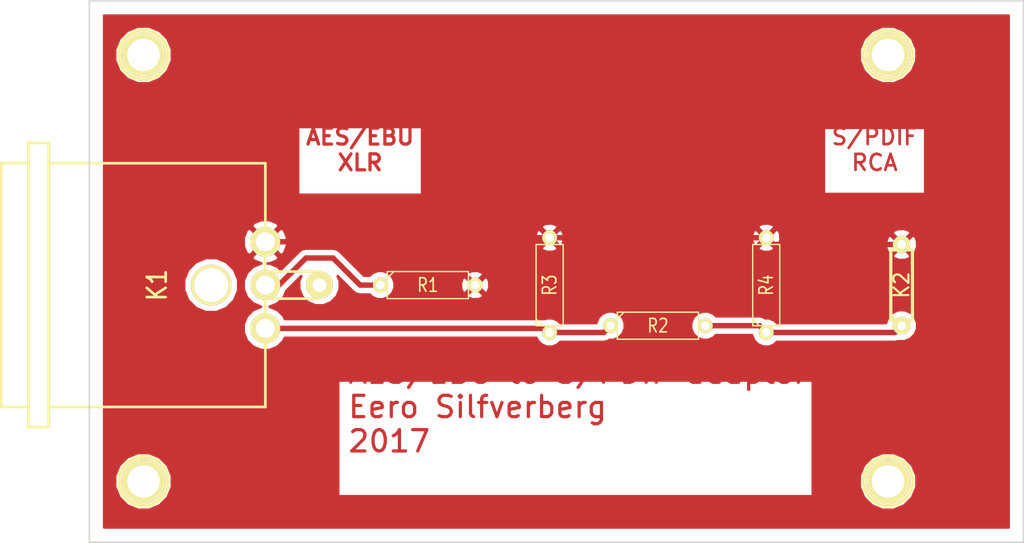
<source format=kicad_pcb>
(kicad_pcb (version 3) (host pcbnew "(2013-jul-07)-stable")

  (general
    (links 9)
    (no_connects 0)
    (area 128.269999 118.034999 224.865001 168.985001)
    (thickness 1.6)
    (drawings 7)
    (tracks 22)
    (zones 0)
    (modules 10)
    (nets 5)
  )

  (page A4)
  (title_block 
    (title "AES/EBU to S/PDIF adapter")
    (rev 1)
    (company "Eero Silfverberg")
  )

  (layers
    (15 F.Cu signal)
    (0 B.Cu signal)
    (16 B.Adhes user)
    (17 F.Adhes user)
    (18 B.Paste user)
    (19 F.Paste user)
    (20 B.SilkS user)
    (21 F.SilkS user)
    (22 B.Mask user)
    (23 F.Mask user)
    (24 Dwgs.User user)
    (25 Cmts.User user)
    (26 Eco1.User user)
    (27 Eco2.User user)
    (28 Edge.Cuts user)
  )

  (setup
    (last_trace_width 0.508)
    (trace_clearance 0.508)
    (zone_clearance 0.508)
    (zone_45_only no)
    (trace_min 0.254)
    (segment_width 0.2)
    (edge_width 0.15)
    (via_size 0.889)
    (via_drill 0.635)
    (via_min_size 0.889)
    (via_min_drill 0.508)
    (uvia_size 0.508)
    (uvia_drill 0.127)
    (uvias_allowed no)
    (uvia_min_size 0.508)
    (uvia_min_drill 0.127)
    (pcb_text_width 0.3)
    (pcb_text_size 1 1)
    (mod_edge_width 0.15)
    (mod_text_size 1 1)
    (mod_text_width 0.15)
    (pad_size 4.064 4.064)
    (pad_drill 3.048)
    (pad_to_mask_clearance 0)
    (aux_axis_origin 137.16 118.11)
    (visible_elements FFFFFFBF)
    (pcbplotparams
      (layerselection 3178497)
      (usegerberextensions true)
      (excludeedgelayer true)
      (linewidth 0.150000)
      (plotframeref false)
      (viasonmask false)
      (mode 1)
      (useauxorigin false)
      (hpglpennumber 1)
      (hpglpenspeed 20)
      (hpglpendiameter 15)
      (hpglpenoverlay 2)
      (psnegative false)
      (psa4output false)
      (plotreference true)
      (plotvalue true)
      (plotothertext true)
      (plotinvisibletext false)
      (padsonsilk false)
      (subtractmaskfromsilk false)
      (outputformat 1)
      (mirror false)
      (drillshape 1)
      (scaleselection 1)
      (outputdirectory ""))
  )

  (net 0 "")
  (net 1 GND)
  (net 2 N-000001)
  (net 3 N-000002)
  (net 4 N-000004)

  (net_class Default "This is the default net class."
    (clearance 0.508)
    (trace_width 0.508)
    (via_dia 0.889)
    (via_drill 0.635)
    (uvia_dia 0.508)
    (uvia_drill 0.127)
    (add_net "")
    (add_net GND)
    (add_net N-000001)
    (add_net N-000002)
    (add_net N-000004)
  )

  (module XLR3MC (layer F.Cu) (tedit 416FC374) (tstamp 58DFB4B4)
    (at 153.67 144.78 270)
    (path /58DFACD8)
    (fp_text reference K1 (at 0 10.16 270) (layer F.SilkS)
      (effects (font (size 1.778 1.524) (thickness 0.254)))
    )
    (fp_text value XLR3 (at 0 15.24 270) (layer F.SilkS) hide
      (effects (font (size 1.778 1.524) (thickness 0.254)))
    )
    (fp_line (start -11.43 22.225) (end -11.43 24.13) (layer F.SilkS) (width 0.254))
    (fp_line (start -11.43 24.13) (end -11.43 24.765) (layer F.SilkS) (width 0.254))
    (fp_line (start -11.43 24.765) (end 11.43 24.765) (layer F.SilkS) (width 0.254))
    (fp_line (start 11.43 24.765) (end 11.43 22.225) (layer F.SilkS) (width 0.254))
    (fp_line (start -1.27 0) (end -1.27 -5.08) (layer F.SilkS) (width 0.254))
    (fp_line (start -1.27 -5.08) (end 1.27 -5.08) (layer F.SilkS) (width 0.254))
    (fp_line (start 1.27 -5.08) (end 1.27 0) (layer F.SilkS) (width 0.254))
    (fp_line (start -13.335 20.32) (end -13.335 22.225) (layer F.SilkS) (width 0.254))
    (fp_line (start -13.335 22.225) (end 13.335 22.225) (layer F.SilkS) (width 0.254))
    (fp_line (start 13.335 22.225) (end 13.335 20.32) (layer F.SilkS) (width 0.254))
    (fp_line (start 13.335 20.32) (end -13.335 20.32) (layer F.SilkS) (width 0.254))
    (fp_line (start -11.43 0) (end -11.43 20.32) (layer F.SilkS) (width 0.254))
    (fp_line (start -11.43 0) (end 11.43 0) (layer F.SilkS) (width 0.254))
    (fp_line (start 11.43 0) (end 11.43 20.32) (layer F.SilkS) (width 0.254))
    (pad 1 thru_hole circle (at -4.064 0 270) (size 2.794 2.794) (drill 1.778)
      (layers *.Cu *.Mask F.SilkS)
      (net 1 GND)
    )
    (pad 2 thru_hole circle (at 4.064 0 270) (size 2.794 2.794) (drill 1.778)
      (layers *.Cu *.Mask F.SilkS)
      (net 2 N-000001)
    )
    (pad 4 thru_hole circle (at 0 -5.08 270) (size 2.54 2.54) (drill 1.27)
      (layers *.Cu *.Mask F.SilkS)
    )
    (pad 3 thru_hole circle (at 0 0 270) (size 2.794 2.794) (drill 1.778)
      (layers *.Cu *.Mask F.SilkS)
      (net 3 N-000002)
    )
    (pad "" thru_hole circle (at 0 5.08 270) (size 3.81 3.81) (drill 3.2004)
      (layers *.Cu *.Mask F.SilkS)
    )
    (model connectors/xrl3male_90deg.wrl
      (at (xyz 0 0 0))
      (scale (xyz 2 2 2))
      (rotate (xyz 0 0 0))
    )
  )

  (module R3-LARGE_PADS (layer F.Cu) (tedit 47E26765) (tstamp 58DFB737)
    (at 213.36 144.78 90)
    (descr "Resitance 3 pas")
    (tags R)
    (path /58DFAFF7)
    (autoplace_cost180 10)
    (fp_text reference K2 (at 0 0 90) (layer F.SilkS)
      (effects (font (size 1.397 1.27) (thickness 0.2032)))
    )
    (fp_text value RCA (at 0 0 90) (layer F.SilkS) hide
      (effects (font (size 1.397 1.27) (thickness 0.2032)))
    )
    (fp_line (start -3.81 0) (end -3.302 0) (layer F.SilkS) (width 0.3048))
    (fp_line (start 3.81 0) (end 3.302 0) (layer F.SilkS) (width 0.3048))
    (fp_line (start 3.302 0) (end 3.302 -1.016) (layer F.SilkS) (width 0.3048))
    (fp_line (start 3.302 -1.016) (end -3.302 -1.016) (layer F.SilkS) (width 0.3048))
    (fp_line (start -3.302 -1.016) (end -3.302 1.016) (layer F.SilkS) (width 0.3048))
    (fp_line (start -3.302 1.016) (end 3.302 1.016) (layer F.SilkS) (width 0.3048))
    (fp_line (start 3.302 1.016) (end 3.302 0) (layer F.SilkS) (width 0.3048))
    (fp_line (start -3.302 -0.508) (end -2.794 -1.016) (layer F.SilkS) (width 0.3048))
    (pad 1 thru_hole circle (at -3.81 0 90) (size 1.651 1.651) (drill 0.8128)
      (layers *.Cu *.Mask F.SilkS)
      (net 4 N-000004)
    )
    (pad 2 thru_hole circle (at 3.81 0 90) (size 1.651 1.651) (drill 0.8128)
      (layers *.Cu *.Mask F.SilkS)
      (net 1 GND)
    )
    (model discret/resistor.wrl
      (at (xyz 0 0 0))
      (scale (xyz 0.3 0.3 0.3))
      (rotate (xyz 0 0 0))
    )
  )

  (module R3-5 (layer F.Cu) (tedit 3F979F9F) (tstamp 58DFB5F5)
    (at 168.91 144.78)
    (path /58DFAC5D)
    (fp_text reference R1 (at 0 0) (layer F.SilkS)
      (effects (font (size 1.27 1.016) (thickness 0.1524)))
    )
    (fp_text value 56 (at 0 0) (layer F.SilkS) hide
      (effects (font (size 1.27 1.016) (thickness 0.1524)))
    )
    (fp_line (start -3.81 -0.635) (end -3.81 1.27) (layer F.SilkS) (width 0.127))
    (fp_line (start -3.81 1.27) (end 3.81 1.27) (layer F.SilkS) (width 0.127))
    (fp_line (start 3.81 1.27) (end 3.81 -1.27) (layer F.SilkS) (width 0.127))
    (fp_line (start 3.81 -1.27) (end -3.81 -1.27) (layer F.SilkS) (width 0.127))
    (fp_line (start -3.81 -1.27) (end -3.81 -0.635) (layer F.SilkS) (width 0.127))
    (fp_line (start -4.445 0) (end -3.81 0) (layer F.SilkS) (width 0.127))
    (fp_line (start 3.81 0) (end 4.445 0) (layer F.SilkS) (width 0.127))
    (fp_line (start -3.81 -0.635) (end -3.175 -1.27) (layer F.SilkS) (width 0.127))
    (pad 1 thru_hole circle (at -4.445 0) (size 1.397 1.397) (drill 0.8128)
      (layers *.Cu *.Mask F.SilkS)
      (net 3 N-000002)
    )
    (pad 2 thru_hole circle (at 4.445 0) (size 1.397 1.397) (drill 0.8128)
      (layers *.Cu *.Mask F.SilkS)
      (net 1 GND)
    )
    (model discret/resistor.wrl
      (at (xyz 0 0 0))
      (scale (xyz 0.35 0.35 0.3))
      (rotate (xyz 0 0 0))
    )
  )

  (module R3-5 (layer F.Cu) (tedit 3F979F9F) (tstamp 58DFB676)
    (at 180.34 144.78 90)
    (path /58DFAC8B)
    (fp_text reference R3 (at 0 0 90) (layer F.SilkS)
      (effects (font (size 1.27 1.016) (thickness 0.1524)))
    )
    (fp_text value 82 (at 0 0 90) (layer F.SilkS) hide
      (effects (font (size 1.27 1.016) (thickness 0.1524)))
    )
    (fp_line (start -3.81 -0.635) (end -3.81 1.27) (layer F.SilkS) (width 0.127))
    (fp_line (start -3.81 1.27) (end 3.81 1.27) (layer F.SilkS) (width 0.127))
    (fp_line (start 3.81 1.27) (end 3.81 -1.27) (layer F.SilkS) (width 0.127))
    (fp_line (start 3.81 -1.27) (end -3.81 -1.27) (layer F.SilkS) (width 0.127))
    (fp_line (start -3.81 -1.27) (end -3.81 -0.635) (layer F.SilkS) (width 0.127))
    (fp_line (start -4.445 0) (end -3.81 0) (layer F.SilkS) (width 0.127))
    (fp_line (start 3.81 0) (end 4.445 0) (layer F.SilkS) (width 0.127))
    (fp_line (start -3.81 -0.635) (end -3.175 -1.27) (layer F.SilkS) (width 0.127))
    (pad 1 thru_hole circle (at -4.445 0 90) (size 1.397 1.397) (drill 0.8128)
      (layers *.Cu *.Mask F.SilkS)
      (net 2 N-000001)
    )
    (pad 2 thru_hole circle (at 4.445 0 90) (size 1.397 1.397) (drill 0.8128)
      (layers *.Cu *.Mask F.SilkS)
      (net 1 GND)
    )
    (model discret/resistor.wrl
      (at (xyz 0 0 0))
      (scale (xyz 0.35 0.35 0.3))
      (rotate (xyz 0 0 0))
    )
  )

  (module R3-5 (layer F.Cu) (tedit 3F979F9F) (tstamp 58DFB6A1)
    (at 200.66 144.78 90)
    (path /58DFAC9A)
    (fp_text reference R4 (at 0 0 90) (layer F.SilkS)
      (effects (font (size 1.27 1.016) (thickness 0.1524)))
    )
    (fp_text value 120 (at 0 0 90) (layer F.SilkS) hide
      (effects (font (size 1.27 1.016) (thickness 0.1524)))
    )
    (fp_line (start -3.81 -0.635) (end -3.81 1.27) (layer F.SilkS) (width 0.127))
    (fp_line (start -3.81 1.27) (end 3.81 1.27) (layer F.SilkS) (width 0.127))
    (fp_line (start 3.81 1.27) (end 3.81 -1.27) (layer F.SilkS) (width 0.127))
    (fp_line (start 3.81 -1.27) (end -3.81 -1.27) (layer F.SilkS) (width 0.127))
    (fp_line (start -3.81 -1.27) (end -3.81 -0.635) (layer F.SilkS) (width 0.127))
    (fp_line (start -4.445 0) (end -3.81 0) (layer F.SilkS) (width 0.127))
    (fp_line (start 3.81 0) (end 4.445 0) (layer F.SilkS) (width 0.127))
    (fp_line (start -3.81 -0.635) (end -3.175 -1.27) (layer F.SilkS) (width 0.127))
    (pad 1 thru_hole circle (at -4.445 0 90) (size 1.397 1.397) (drill 0.8128)
      (layers *.Cu *.Mask F.SilkS)
      (net 4 N-000004)
    )
    (pad 2 thru_hole circle (at 4.445 0 90) (size 1.397 1.397) (drill 0.8128)
      (layers *.Cu *.Mask F.SilkS)
      (net 1 GND)
    )
    (model discret/resistor.wrl
      (at (xyz 0 0 0))
      (scale (xyz 0.35 0.35 0.3))
      (rotate (xyz 0 0 0))
    )
  )

  (module R3-5 (layer F.Cu) (tedit 3F979F9F) (tstamp 58DFB64B)
    (at 190.5 148.59)
    (path /58DFACA9)
    (fp_text reference R2 (at 0 0) (layer F.SilkS)
      (effects (font (size 1.27 1.016) (thickness 0.1524)))
    )
    (fp_text value 130 (at 0 0) (layer F.SilkS) hide
      (effects (font (size 1.27 1.016) (thickness 0.1524)))
    )
    (fp_line (start -3.81 -0.635) (end -3.81 1.27) (layer F.SilkS) (width 0.127))
    (fp_line (start -3.81 1.27) (end 3.81 1.27) (layer F.SilkS) (width 0.127))
    (fp_line (start 3.81 1.27) (end 3.81 -1.27) (layer F.SilkS) (width 0.127))
    (fp_line (start 3.81 -1.27) (end -3.81 -1.27) (layer F.SilkS) (width 0.127))
    (fp_line (start -3.81 -1.27) (end -3.81 -0.635) (layer F.SilkS) (width 0.127))
    (fp_line (start -4.445 0) (end -3.81 0) (layer F.SilkS) (width 0.127))
    (fp_line (start 3.81 0) (end 4.445 0) (layer F.SilkS) (width 0.127))
    (fp_line (start -3.81 -0.635) (end -3.175 -1.27) (layer F.SilkS) (width 0.127))
    (pad 1 thru_hole circle (at -4.445 0) (size 1.397 1.397) (drill 0.8128)
      (layers *.Cu *.Mask F.SilkS)
      (net 2 N-000001)
    )
    (pad 2 thru_hole circle (at 4.445 0) (size 1.397 1.397) (drill 0.8128)
      (layers *.Cu *.Mask F.SilkS)
      (net 4 N-000004)
    )
    (model discret/resistor.wrl
      (at (xyz 0 0 0))
      (scale (xyz 0.35 0.35 0.3))
      (rotate (xyz 0 0 0))
    )
  )

  (module 1pin (layer F.Cu) (tedit 58DFBFD9) (tstamp 58DFE4B4)
    (at 212.09 163.195)
    (descr "module 1 pin (ou trou mecanique de percage)")
    (tags DEV)
    (path 1pin)
    (fp_text reference "" (at 0 -3.048) (layer F.SilkS)
      (effects (font (size 1.016 1.016) (thickness 0.254)))
    )
    (fp_text value P*** (at 0 2.794) (layer F.SilkS) hide
      (effects (font (size 1.016 1.016) (thickness 0.254)))
    )
    (fp_circle (center 0 0) (end 0 -2.286) (layer F.SilkS) (width 0.381))
    (pad "" thru_hole circle (at 0 0) (size 4.064 4.064) (drill 3.048)
      (layers *.Cu *.Mask F.SilkS)
    )
  )

  (module 1pin (layer F.Cu) (tedit 58DFBFCE) (tstamp 58DFE4BF)
    (at 142.24 123.19)
    (descr "module 1 pin (ou trou mecanique de percage)")
    (tags DEV)
    (path 1pin)
    (fp_text reference "" (at 0 -3.048) (layer F.SilkS)
      (effects (font (size 1.016 1.016) (thickness 0.254)))
    )
    (fp_text value P*** (at 0 2.794) (layer F.SilkS) hide
      (effects (font (size 1.016 1.016) (thickness 0.254)))
    )
    (fp_circle (center 0 0) (end 0 -2.286) (layer F.SilkS) (width 0.381))
    (pad "" thru_hole circle (at 0 0) (size 4.064 4.064) (drill 3.048)
      (layers *.Cu *.Mask F.SilkS)
    )
  )

  (module 1pin (layer F.Cu) (tedit 58DFBFDE) (tstamp 58DFE4CA)
    (at 142.24 163.195)
    (descr "module 1 pin (ou trou mecanique de percage)")
    (tags DEV)
    (path 1pin)
    (fp_text reference "" (at 0 -3.048) (layer F.SilkS)
      (effects (font (size 1.016 1.016) (thickness 0.254)))
    )
    (fp_text value P*** (at 0 2.794) (layer F.SilkS) hide
      (effects (font (size 1.016 1.016) (thickness 0.254)))
    )
    (fp_circle (center 0 0) (end 0 -2.286) (layer F.SilkS) (width 0.381))
    (pad "" thru_hole circle (at 0 0) (size 4.064 4.064) (drill 3.048)
      (layers *.Cu *.Mask F.SilkS)
    )
  )

  (module 1pin (layer F.Cu) (tedit 58DFBFD4) (tstamp 58DFE4D5)
    (at 212.09 123.19)
    (descr "module 1 pin (ou trou mecanique de percage)")
    (tags DEV)
    (path 1pin)
    (fp_text reference "" (at 0 -3.048) (layer F.SilkS)
      (effects (font (size 1.016 1.016) (thickness 0.254)))
    )
    (fp_text value P*** (at 0 2.794) (layer F.SilkS) hide
      (effects (font (size 1.016 1.016) (thickness 0.254)))
    )
    (fp_circle (center 0 0) (end 0 -2.286) (layer F.SilkS) (width 0.381))
    (pad "" thru_hole circle (at 0 0) (size 4.064 4.064) (drill 3.048)
      (layers *.Cu *.Mask F.SilkS)
    )
  )

  (gr_line (start 137.16 168.91) (end 137.16 118.11) (angle 90) (layer Edge.Cuts) (width 0.15))
  (gr_line (start 224.79 168.91) (end 137.16 168.91) (angle 90) (layer Edge.Cuts) (width 0.15))
  (gr_line (start 224.79 118.11) (end 224.79 168.91) (angle 90) (layer Edge.Cuts) (width 0.15))
  (gr_line (start 137.16 118.11) (end 224.79 118.11) (angle 90) (layer Edge.Cuts) (width 0.15))
  (gr_text "AES/EBU\nXLR" (at 162.56 132.08) (layer F.Cu)
    (effects (font (size 1.5 1.5) (thickness 0.3)))
  )
  (gr_text "S/PDIF\nRCA" (at 210.82 132.08) (layer F.Cu)
    (effects (font (size 1.5 1.5) (thickness 0.25)))
  )
  (gr_text "AES/EBU to S/PDIF adapter\nEero Silfverberg\n2017" (at 161.29 156.21) (layer F.Cu)
    (effects (font (size 2 2) (thickness 0.3)) (justify left))
  )

  (segment (start 153.67 140.716) (end 179.959 140.716) (width 0.508) (layer F.Cu) (net 1))
  (segment (start 179.959 140.716) (end 180.34 140.335) (width 0.508) (layer F.Cu) (net 1) (tstamp 58DFB75D))
  (segment (start 180.34 140.335) (end 177.8 140.335) (width 0.508) (layer F.Cu) (net 1))
  (segment (start 177.8 140.335) (end 173.355 144.78) (width 0.508) (layer F.Cu) (net 1) (tstamp 58DFB754))
  (segment (start 200.66 140.335) (end 186.182 140.335) (width 0.508) (layer F.Cu) (net 1))
  (segment (start 186.182 140.335) (end 182.372 140.335) (width 0.508) (layer F.Cu) (net 1) (tstamp 58DFBA58))
  (segment (start 182.372 140.335) (end 180.34 140.335) (width 0.508) (layer F.Cu) (net 1) (tstamp 58DFBA47))
  (segment (start 213.36 140.97) (end 201.295 140.97) (width 0.508) (layer F.Cu) (net 1))
  (segment (start 201.295 140.97) (end 200.66 140.335) (width 0.508) (layer F.Cu) (net 1) (tstamp 58DFB74E))
  (segment (start 180.34 149.225) (end 185.42 149.225) (width 0.508) (layer F.Cu) (net 2))
  (segment (start 185.42 149.225) (end 186.055 148.59) (width 0.508) (layer F.Cu) (net 2) (tstamp 58DFB761))
  (segment (start 153.67 148.844) (end 179.959 148.844) (width 0.508) (layer F.Cu) (net 2))
  (segment (start 179.959 148.844) (end 180.34 149.225) (width 0.508) (layer F.Cu) (net 2) (tstamp 58DFB75F))
  (segment (start 164.465 144.78) (end 162.56 144.78) (width 0.508) (layer F.Cu) (net 3))
  (segment (start 154.94 144.78) (end 153.67 144.78) (width 0.508) (layer F.Cu) (net 3) (tstamp 58DFB75B))
  (segment (start 157.48 142.24) (end 154.94 144.78) (width 0.508) (layer F.Cu) (net 3) (tstamp 58DFB75A))
  (segment (start 160.02 142.24) (end 157.48 142.24) (width 0.508) (layer F.Cu) (net 3) (tstamp 58DFB758))
  (segment (start 162.56 144.78) (end 160.02 142.24) (width 0.508) (layer F.Cu) (net 3) (tstamp 58DFB757))
  (segment (start 200.66 149.225) (end 212.725 149.225) (width 0.508) (layer F.Cu) (net 4))
  (segment (start 212.725 149.225) (end 213.36 148.59) (width 0.508) (layer F.Cu) (net 4) (tstamp 58DFB74C))
  (segment (start 194.945 148.59) (end 200.025 148.59) (width 0.508) (layer F.Cu) (net 4))
  (segment (start 200.025 148.59) (end 200.66 149.225) (width 0.508) (layer F.Cu) (net 4) (tstamp 58DFB74A))

  (zone (net 1) (net_name GND) (layer F.Cu) (tstamp 58DFBC71) (hatch edge 0.508)
    (connect_pads (clearance 0.508))
    (min_thickness 0.254)
    (fill (arc_segments 16) (thermal_gap 0.508) (thermal_bridge_width 0.508))
    (polygon
      (pts
        (xy 223.52 167.64) (xy 138.43 167.64) (xy 138.43 119.38) (xy 223.52 119.38)
      )
    )
    (filled_polygon
      (pts
        (xy 223.393 167.513) (xy 215.58 167.513) (xy 215.58 136.24) (xy 215.58 130.02) (xy 214.757461 130.02)
        (xy 214.757461 122.661828) (xy 214.35229 121.68124) (xy 213.602706 120.930346) (xy 212.622826 120.523465) (xy 211.561828 120.522539)
        (xy 210.58124 120.92771) (xy 209.830346 121.677294) (xy 209.423465 122.657174) (xy 209.422539 123.718172) (xy 209.82771 124.69876)
        (xy 210.577294 125.449654) (xy 211.557174 125.856535) (xy 212.618172 125.857461) (xy 213.59876 125.45229) (xy 214.349654 124.702706)
        (xy 214.756535 123.722826) (xy 214.757461 122.661828) (xy 214.757461 130.02) (xy 206.06 130.02) (xy 206.06 136.24)
        (xy 215.58 136.24) (xy 215.58 167.513) (xy 214.832339 167.513) (xy 214.832339 141.192869) (xy 214.805553 140.612464)
        (xy 214.634976 140.200657) (xy 214.386214 140.123391) (xy 214.206609 140.302996) (xy 214.206609 139.943786) (xy 214.129343 139.695024)
        (xy 213.582869 139.497661) (xy 213.002464 139.524447) (xy 212.590657 139.695024) (xy 212.513391 139.943786) (xy 213.36 140.790395)
        (xy 214.206609 139.943786) (xy 214.206609 140.302996) (xy 213.539605 140.97) (xy 214.386214 141.816609) (xy 214.634976 141.739343)
        (xy 214.832339 141.192869) (xy 214.832339 167.513) (xy 214.820752 167.513) (xy 214.820752 148.300763) (xy 214.598873 147.763775)
        (xy 214.206609 147.370825) (xy 214.206609 141.996214) (xy 213.36 141.149605) (xy 213.180395 141.32921) (xy 213.180395 140.97)
        (xy 212.333786 140.123391) (xy 212.085024 140.200657) (xy 211.887661 140.747131) (xy 211.914447 141.327536) (xy 212.085024 141.739343)
        (xy 212.333786 141.816609) (xy 213.180395 140.97) (xy 213.180395 141.32921) (xy 212.513391 141.996214) (xy 212.590657 142.244976)
        (xy 213.137131 142.442339) (xy 213.717536 142.415553) (xy 214.129343 142.244976) (xy 214.206609 141.996214) (xy 214.206609 147.370825)
        (xy 214.188386 147.352571) (xy 213.651786 147.129755) (xy 213.070763 147.129248) (xy 212.533775 147.351127) (xy 212.122571 147.761614)
        (xy 211.899755 148.298214) (xy 211.899722 148.336) (xy 202.005924 148.336) (xy 202.005924 140.52752) (xy 201.977146 139.997802)
        (xy 201.829798 139.642072) (xy 201.594186 139.580419) (xy 201.414581 139.760024) (xy 201.414581 139.400814) (xy 201.352928 139.165202)
        (xy 200.85252 138.989076) (xy 200.322802 139.017854) (xy 199.967072 139.165202) (xy 199.905419 139.400814) (xy 200.66 140.155395)
        (xy 201.414581 139.400814) (xy 201.414581 139.760024) (xy 200.839605 140.335) (xy 201.594186 141.089581) (xy 201.829798 141.027928)
        (xy 202.005924 140.52752) (xy 202.005924 148.336) (xy 201.656759 148.336) (xy 201.416353 148.095174) (xy 201.414581 148.094438)
        (xy 201.414581 141.269186) (xy 200.66 140.514605) (xy 200.480395 140.69421) (xy 200.480395 140.335) (xy 199.725814 139.580419)
        (xy 199.490202 139.642072) (xy 199.314076 140.14248) (xy 199.342854 140.672198) (xy 199.490202 141.027928) (xy 199.725814 141.089581)
        (xy 200.480395 140.335) (xy 200.480395 140.69421) (xy 199.905419 141.269186) (xy 199.967072 141.504798) (xy 200.46748 141.680924)
        (xy 200.997198 141.652146) (xy 201.352928 141.504798) (xy 201.414581 141.269186) (xy 201.414581 148.094438) (xy 200.926413 147.891733)
        (xy 200.548887 147.891403) (xy 200.365206 147.768671) (xy 200.025 147.701) (xy 195.941759 147.701) (xy 195.701353 147.460174)
        (xy 195.211413 147.256733) (xy 194.680914 147.25627) (xy 194.19062 147.458855) (xy 193.815174 147.833647) (xy 193.611733 148.323587)
        (xy 193.61127 148.854086) (xy 193.813855 149.34438) (xy 194.188647 149.719826) (xy 194.678587 149.923267) (xy 195.209086 149.92373)
        (xy 195.69938 149.721145) (xy 195.941947 149.479) (xy 199.326278 149.479) (xy 199.32627 149.489086) (xy 199.528855 149.97938)
        (xy 199.903647 150.354826) (xy 200.393587 150.558267) (xy 200.924086 150.55873) (xy 201.41438 150.356145) (xy 201.656947 150.114)
        (xy 212.725 150.114) (xy 213.060863 150.047192) (xy 213.068214 150.050245) (xy 213.649237 150.050752) (xy 214.186225 149.828873)
        (xy 214.597429 149.418386) (xy 214.820245 148.881786) (xy 214.820752 148.300763) (xy 214.820752 167.513) (xy 214.757461 167.513)
        (xy 214.757461 162.666828) (xy 214.35229 161.68624) (xy 213.602706 160.935346) (xy 212.622826 160.528465) (xy 211.561828 160.527539)
        (xy 210.58124 160.93271) (xy 209.830346 161.682294) (xy 209.423465 162.662174) (xy 209.422539 163.723172) (xy 209.82771 164.70376)
        (xy 210.577294 165.454654) (xy 211.557174 165.861535) (xy 212.618172 165.862461) (xy 213.59876 165.45729) (xy 214.349654 164.707706)
        (xy 214.756535 163.727826) (xy 214.757461 162.666828) (xy 214.757461 167.513) (xy 205.027384 167.513) (xy 205.027384 164.595)
        (xy 205.027384 153.725) (xy 187.38873 153.725) (xy 187.38873 148.325914) (xy 187.186145 147.83562) (xy 186.811353 147.460174)
        (xy 186.321413 147.256733) (xy 185.790914 147.25627) (xy 185.30062 147.458855) (xy 184.925174 147.833647) (xy 184.721733 148.323587)
        (xy 184.721722 148.336) (xy 181.685924 148.336) (xy 181.685924 140.52752) (xy 181.657146 139.997802) (xy 181.509798 139.642072)
        (xy 181.274186 139.580419) (xy 181.094581 139.760024) (xy 181.094581 139.400814) (xy 181.032928 139.165202) (xy 180.53252 138.989076)
        (xy 180.002802 139.017854) (xy 179.647072 139.165202) (xy 179.585419 139.400814) (xy 180.34 140.155395) (xy 181.094581 139.400814)
        (xy 181.094581 139.760024) (xy 180.519605 140.335) (xy 181.274186 141.089581) (xy 181.509798 141.027928) (xy 181.685924 140.52752)
        (xy 181.685924 148.336) (xy 181.336759 148.336) (xy 181.096353 148.095174) (xy 181.094581 148.094438) (xy 181.094581 141.269186)
        (xy 180.34 140.514605) (xy 180.160395 140.69421) (xy 180.160395 140.335) (xy 179.405814 139.580419) (xy 179.170202 139.642072)
        (xy 178.994076 140.14248) (xy 179.022854 140.672198) (xy 179.170202 141.027928) (xy 179.405814 141.089581) (xy 180.160395 140.335)
        (xy 180.160395 140.69421) (xy 179.585419 141.269186) (xy 179.647072 141.504798) (xy 180.14748 141.680924) (xy 180.677198 141.652146)
        (xy 181.032928 141.504798) (xy 181.094581 141.269186) (xy 181.094581 148.094438) (xy 180.606413 147.891733) (xy 180.075914 147.89127)
        (xy 179.921675 147.955) (xy 174.700924 147.955) (xy 174.700924 144.97252) (xy 174.672146 144.442802) (xy 174.524798 144.087072)
        (xy 174.289186 144.025419) (xy 174.109581 144.205024) (xy 174.109581 143.845814) (xy 174.047928 143.610202) (xy 173.54752 143.434076)
        (xy 173.017802 143.462854) (xy 172.662072 143.610202) (xy 172.600419 143.845814) (xy 173.355 144.600395) (xy 174.109581 143.845814)
        (xy 174.109581 144.205024) (xy 173.534605 144.78) (xy 174.289186 145.534581) (xy 174.524798 145.472928) (xy 174.700924 144.97252)
        (xy 174.700924 147.955) (xy 174.109581 147.955) (xy 174.109581 145.714186) (xy 173.355 144.959605) (xy 173.175395 145.13921)
        (xy 173.175395 144.78) (xy 172.420814 144.025419) (xy 172.185202 144.087072) (xy 172.009076 144.58748) (xy 172.037854 145.117198)
        (xy 172.185202 145.472928) (xy 172.420814 145.534581) (xy 173.175395 144.78) (xy 173.175395 145.13921) (xy 172.600419 145.714186)
        (xy 172.662072 145.949798) (xy 173.16248 146.125924) (xy 173.692198 146.097146) (xy 174.047928 145.949798) (xy 174.109581 145.714186)
        (xy 174.109581 147.955) (xy 168.380715 147.955) (xy 168.380715 136.315) (xy 168.380715 129.945) (xy 156.739286 129.945)
        (xy 156.739286 136.315) (xy 168.380715 136.315) (xy 168.380715 147.955) (xy 155.501299 147.955) (xy 155.39365 147.694468)
        (xy 154.822538 147.122359) (xy 154.075963 146.812354) (xy 154.072418 146.81235) (xy 154.819532 146.50365) (xy 155.391641 145.932538)
        (xy 155.638002 145.339233) (xy 157.035284 143.941951) (xy 156.845332 144.39941) (xy 156.84467 145.157265) (xy 157.134078 145.857686)
        (xy 157.669495 146.394039) (xy 158.36941 146.684668) (xy 159.127265 146.68533) (xy 159.827686 146.395922) (xy 160.364039 145.860505)
        (xy 160.654668 145.16059) (xy 160.65533 144.402735) (xy 160.465094 143.94233) (xy 161.931382 145.408618) (xy 162.219794 145.601329)
        (xy 162.56 145.669) (xy 163.46824 145.669) (xy 163.708647 145.909826) (xy 164.198587 146.113267) (xy 164.729086 146.11373)
        (xy 165.21938 145.911145) (xy 165.594826 145.536353) (xy 165.798267 145.046413) (xy 165.79873 144.515914) (xy 165.596145 144.02562)
        (xy 165.221353 143.650174) (xy 164.731413 143.446733) (xy 164.200914 143.44627) (xy 163.71062 143.648855) (xy 163.468052 143.891)
        (xy 162.928236 143.891) (xy 160.648618 141.611382) (xy 160.360206 141.418671) (xy 160.02 141.351) (xy 157.48 141.351)
        (xy 157.139794 141.418671) (xy 156.851382 141.611382) (xy 155.710422 142.752341) (xy 155.710422 141.075253) (xy 155.692585 140.267071)
        (xy 155.417624 139.603257) (xy 155.109555 139.45605) (xy 154.92995 139.635655) (xy 154.92995 139.276445) (xy 154.782743 138.968376)
        (xy 154.029253 138.675578) (xy 153.221071 138.693415) (xy 152.557257 138.968376) (xy 152.41005 139.276445) (xy 153.67 140.536395)
        (xy 154.92995 139.276445) (xy 154.92995 139.635655) (xy 153.849605 140.716) (xy 155.109555 141.97595) (xy 155.417624 141.828743)
        (xy 155.710422 141.075253) (xy 155.710422 142.752341) (xy 155.113217 143.349546) (xy 154.822538 143.058359) (xy 154.075963 142.748354)
        (xy 153.691515 142.748018) (xy 154.118929 142.738585) (xy 154.782743 142.463624) (xy 154.92995 142.155555) (xy 153.67 140.895605)
        (xy 153.490395 141.07521) (xy 153.490395 140.716) (xy 152.230445 139.45605) (xy 151.922376 139.603257) (xy 151.629578 140.356747)
        (xy 151.647415 141.164929) (xy 151.922376 141.828743) (xy 152.230445 141.97595) (xy 153.490395 140.716) (xy 153.490395 141.07521)
        (xy 152.41005 142.155555) (xy 152.557257 142.463624) (xy 153.288214 142.747666) (xy 153.267584 142.747648) (xy 152.520468 143.05635)
        (xy 151.948359 143.627462) (xy 151.638354 144.374037) (xy 151.637648 145.182416) (xy 151.94635 145.929532) (xy 152.517462 146.501641)
        (xy 153.264037 146.811646) (xy 153.267581 146.811649) (xy 152.520468 147.12035) (xy 151.948359 147.691462) (xy 151.638354 148.438037)
        (xy 151.637648 149.246416) (xy 151.94635 149.993532) (xy 152.517462 150.565641) (xy 153.264037 150.875646) (xy 154.072416 150.876352)
        (xy 154.819532 150.56765) (xy 155.391641 149.996538) (xy 155.501071 149.733) (xy 179.107053 149.733) (xy 179.208855 149.97938)
        (xy 179.583647 150.354826) (xy 180.073587 150.558267) (xy 180.604086 150.55873) (xy 181.09438 150.356145) (xy 181.336947 150.114)
        (xy 185.42 150.114) (xy 185.760205 150.046329) (xy 185.760206 150.046329) (xy 185.944177 149.923402) (xy 186.319086 149.92373)
        (xy 186.80938 149.721145) (xy 187.184826 149.346353) (xy 187.388267 148.856413) (xy 187.38873 148.325914) (xy 187.38873 153.725)
        (xy 160.505 153.725) (xy 160.505 164.595) (xy 205.027384 164.595) (xy 205.027384 167.513) (xy 151.130439 167.513)
        (xy 151.130439 144.276979) (xy 150.744562 143.343086) (xy 150.030673 142.627949) (xy 149.097454 142.240442) (xy 148.086979 142.239561)
        (xy 147.153086 142.625438) (xy 146.437949 143.339327) (xy 146.050442 144.272546) (xy 146.049561 145.283021) (xy 146.435438 146.216914)
        (xy 147.149327 146.932051) (xy 148.082546 147.319558) (xy 149.093021 147.320439) (xy 150.026914 146.934562) (xy 150.742051 146.220673)
        (xy 151.129558 145.287454) (xy 151.130439 144.276979) (xy 151.130439 167.513) (xy 144.907461 167.513) (xy 144.907461 162.666828)
        (xy 144.907461 122.661828) (xy 144.50229 121.68124) (xy 143.752706 120.930346) (xy 142.772826 120.523465) (xy 141.711828 120.522539)
        (xy 140.73124 120.92771) (xy 139.980346 121.677294) (xy 139.573465 122.657174) (xy 139.572539 123.718172) (xy 139.97771 124.69876)
        (xy 140.727294 125.449654) (xy 141.707174 125.856535) (xy 142.768172 125.857461) (xy 143.74876 125.45229) (xy 144.499654 124.702706)
        (xy 144.906535 123.722826) (xy 144.907461 122.661828) (xy 144.907461 162.666828) (xy 144.50229 161.68624) (xy 143.752706 160.935346)
        (xy 142.772826 160.528465) (xy 141.711828 160.527539) (xy 140.73124 160.93271) (xy 139.980346 161.682294) (xy 139.573465 162.662174)
        (xy 139.572539 163.723172) (xy 139.97771 164.70376) (xy 140.727294 165.454654) (xy 141.707174 165.861535) (xy 142.768172 165.862461)
        (xy 143.74876 165.45729) (xy 144.499654 164.707706) (xy 144.906535 163.727826) (xy 144.907461 162.666828) (xy 144.907461 167.513)
        (xy 138.557 167.513) (xy 138.557 119.507) (xy 223.393 119.507) (xy 223.393 167.513)
      )
    )
  )
)

</source>
